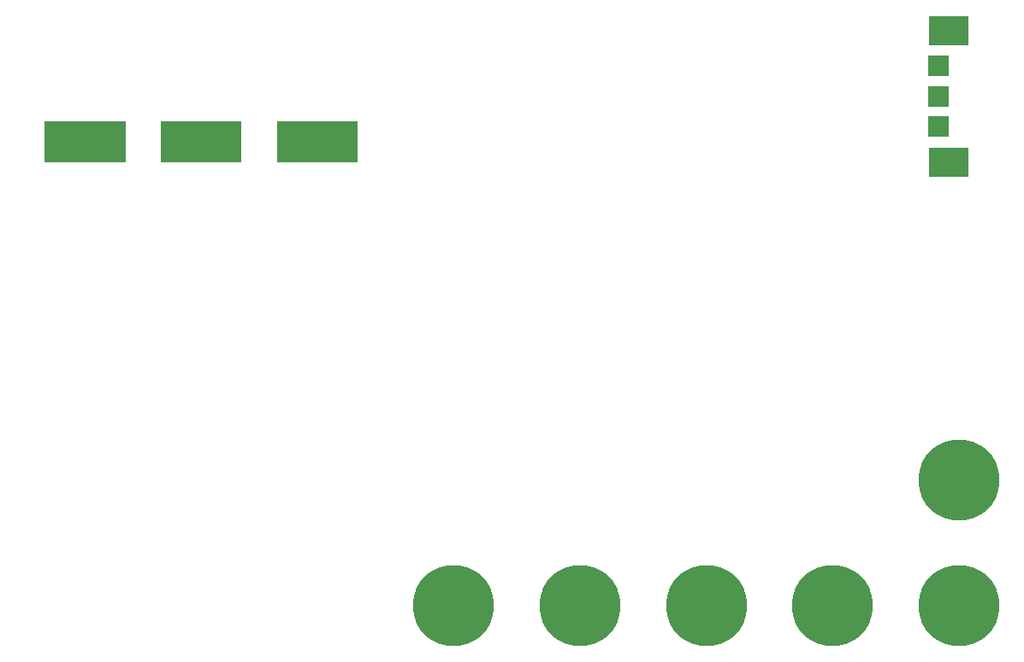
<source format=gtp>
G04 Layer: TopPasteMaskLayer*
G04 EasyEDA v6.1.48, Wed, 22 May 2019 01:04:44 GMT*
G04 0b5e94fe1834435c81e6262c9c592282,60a67b2131f5436da047494d80ae1115,10*
G04 Gerber Generator version 0.2*
G04 Scale: 100 percent, Rotated: No, Reflected: No *
G04 Dimensions in millimeters *
G04 leading zeros omitted , absolute positions ,3 integer and 3 decimal *
%FSLAX33Y33*%
%MOMM*%
G90*
G71D02*

%ADD13R,3.999992X2.999994*%
%ADD15R,1.999996X1.999996*%
%ADD16C,8.000009*%

%LPD*%
G54D13*
G01X91499Y67000D03*
G01X91499Y54000D03*
G36*
G01X25000Y53999D02*
G01X25000Y57999D01*
G01X32999Y57999D01*
G01X32999Y53999D01*
G01X25000Y53999D01*
G37*
G36*
G01X13499Y53999D02*
G01X13499Y57999D01*
G01X21499Y57999D01*
G01X21499Y53999D01*
G01X13499Y53999D01*
G37*
G36*
G01X1999Y53999D02*
G01X1999Y57999D01*
G01X9999Y57999D01*
G01X9999Y53999D01*
G01X1999Y53999D01*
G37*
G54D15*
G01X90500Y60500D03*
G01X90500Y63500D03*
G01X90500Y57500D03*
G54D16*
G01X42500Y9999D03*
G01X54999Y9999D03*
G01X67499Y9999D03*
G01X80000Y9999D03*
G01X92499Y9999D03*
G01X92499Y22500D03*
M00*
M02*

</source>
